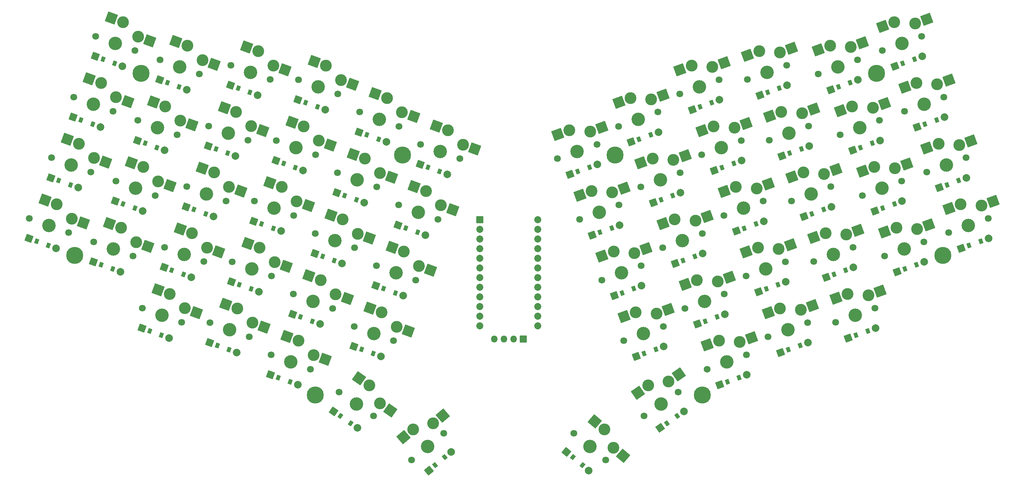
<source format=gbr>
%TF.GenerationSoftware,KiCad,Pcbnew,7.0.1-0*%
%TF.CreationDate,2023-04-16T11:56:45-05:00*%
%TF.ProjectId,tutorial,7475746f-7269-4616-9c2e-6b696361645f,v1.0.0*%
%TF.SameCoordinates,Original*%
%TF.FileFunction,Soldermask,Bot*%
%TF.FilePolarity,Negative*%
%FSLAX46Y46*%
G04 Gerber Fmt 4.6, Leading zero omitted, Abs format (unit mm)*
G04 Created by KiCad (PCBNEW 7.0.1-0) date 2023-04-16 11:56:45*
%MOMM*%
%LPD*%
G01*
G04 APERTURE LIST*
G04 Aperture macros list*
%AMRoundRect*
0 Rectangle with rounded corners*
0 $1 Rounding radius*
0 $2 $3 $4 $5 $6 $7 $8 $9 X,Y pos of 4 corners*
0 Add a 4 corners polygon primitive as box body*
4,1,4,$2,$3,$4,$5,$6,$7,$8,$9,$2,$3,0*
0 Add four circle primitives for the rounded corners*
1,1,$1+$1,$2,$3*
1,1,$1+$1,$4,$5*
1,1,$1+$1,$6,$7*
1,1,$1+$1,$8,$9*
0 Add four rect primitives between the rounded corners*
20,1,$1+$1,$2,$3,$4,$5,0*
20,1,$1+$1,$4,$5,$6,$7,0*
20,1,$1+$1,$6,$7,$8,$9,0*
20,1,$1+$1,$8,$9,$2,$3,0*%
G04 Aperture macros list end*
%ADD10C,1.801800*%
%ADD11C,3.100000*%
%ADD12C,3.529000*%
%ADD13RoundRect,0.050000X-0.776974X-1.666227X1.666227X-0.776974X0.776974X1.666227X-1.666227X0.776974X0*%
%ADD14RoundRect,0.050000X-0.531331X-1.139443X1.139443X-0.531331X0.531331X1.139443X-1.139443X0.531331X0*%
%ADD15RoundRect,0.050000X-0.217650X-0.717725X0.628074X-0.409907X0.217650X0.717725X-0.628074X0.409907X0*%
%ADD16C,2.005000*%
%ADD17RoundRect,0.050000X-1.139443X-0.531331X0.531331X-1.139443X1.139443X0.531331X-0.531331X1.139443X0*%
%ADD18RoundRect,0.050000X-0.628074X-0.409907X0.217650X-0.717725X0.628074X0.409907X-0.217650X0.717725X0*%
%ADD19RoundRect,0.050000X-1.666227X-0.776974X0.776974X-1.666227X1.666227X0.776974X-0.776974X1.666227X0*%
%ADD20C,0.800000*%
%ADD21C,4.500000*%
%ADD22RoundRect,0.050000X-0.109575X-1.252452X1.252452X-0.109575X0.109575X1.252452X-1.252452X0.109575X0*%
%ADD23RoundRect,0.050000X0.040953X-0.748881X0.730393X-0.170372X-0.040953X0.748881X-0.730393X0.170372X0*%
%ADD24RoundRect,0.050000X-0.850000X-0.850000X0.850000X-0.850000X0.850000X0.850000X-0.850000X0.850000X0*%
%ADD25O,1.800000X1.800000*%
%ADD26RoundRect,0.050000X-0.876300X0.876300X-0.876300X-0.876300X0.876300X-0.876300X0.876300X0.876300X0*%
%ADD27C,1.852600*%
%ADD28RoundRect,0.050000X-0.160234X-1.831482X1.831482X-0.160234X0.160234X1.831482X-1.831482X0.160234X0*%
%ADD29RoundRect,0.050000X-1.252452X-0.109575X0.109575X-1.252452X1.252452X0.109575X-0.109575X1.252452X0*%
%ADD30RoundRect,0.050000X-0.730393X-0.170372X-0.040953X-0.748881X0.730393X0.170372X0.040953X0.748881X0*%
%ADD31RoundRect,0.050000X-1.831482X-0.160234X0.160234X-1.831482X1.831482X0.160234X-0.160234X1.831482X0*%
%ADD32RoundRect,0.050000X-0.319248X-1.810547X1.810547X-0.319248X0.319248X1.810547X-1.810547X0.319248X0*%
%ADD33RoundRect,0.050000X-0.218317X-1.238136X1.238136X-0.218317X0.218317X1.238136X-1.238136X0.218317X0*%
%ADD34RoundRect,0.050000X-0.024473X-0.749601X0.712764X-0.233382X0.024473X0.749601X-0.712764X0.233382X0*%
%ADD35RoundRect,0.050000X-1.810547X-0.319248X0.319248X-1.810547X1.810547X0.319248X-0.319248X1.810547X0*%
%ADD36RoundRect,0.050000X-1.238136X-0.218317X0.218317X-1.238136X1.238136X0.218317X-0.218317X1.238136X0*%
%ADD37RoundRect,0.050000X-0.712764X-0.233382X0.024473X-0.749601X0.712764X0.233382X-0.024473X0.749601X0*%
G04 APERTURE END LIST*
D10*
%TO.C,S56*%
X194555021Y-121763538D03*
D11*
X197688310Y-114291256D03*
D12*
X199723330Y-119882427D03*
D11*
X203139218Y-114648479D03*
D10*
X204891639Y-118001316D03*
D13*
X194610817Y-115411372D03*
X206216711Y-113528363D03*
%TD*%
D10*
%TO.C,S38*%
X267700746Y-164844313D03*
D11*
X270834035Y-157372031D03*
D12*
X272869055Y-162963202D03*
D11*
X276284943Y-157729254D03*
D10*
X278037364Y-161082091D03*
D13*
X267756542Y-158492147D03*
X279362436Y-156609138D03*
%TD*%
D14*
%TO.C,D35*%
X277994812Y-135557314D03*
D15*
X280024548Y-134818550D03*
X283125534Y-133689884D03*
D16*
X285155270Y-132951120D03*
%TD*%
D17*
%TO.C,D10*%
X91101621Y-150383792D03*
D18*
X93131357Y-151122556D03*
X96232343Y-152251222D03*
D16*
X98262079Y-152989986D03*
%TD*%
D10*
%TO.C,S17*%
X120621847Y-116964891D03*
D11*
X127825176Y-113254831D03*
D12*
X125790156Y-118846002D03*
D11*
X131771195Y-117032255D03*
D10*
X130958465Y-120727113D03*
D19*
X124747683Y-112134715D03*
X134848688Y-118152371D03*
%TD*%
D20*
%TO.C,_6*%
X294330321Y-147809110D03*
X294385406Y-146547457D03*
X295183494Y-148740185D03*
X295316481Y-145694284D03*
D21*
X295880814Y-147244777D03*
D20*
X296445147Y-148795270D03*
X296578134Y-145749369D03*
X297376222Y-147942097D03*
X297431307Y-146680444D03*
%TD*%
D17*
%TO.C,D25*%
X146804315Y-155227335D03*
D18*
X148834051Y-155966099D03*
X151935037Y-157094765D03*
D16*
X153964773Y-157833529D03*
%TD*%
D10*
%TO.C,S14*%
X103178821Y-164889222D03*
D11*
X110382150Y-161179162D03*
D12*
X108347130Y-166770333D03*
D11*
X114328169Y-164956586D03*
D10*
X113515439Y-168651444D03*
D19*
X107304657Y-160059046D03*
X117405662Y-166076702D03*
%TD*%
D14*
%TO.C,D39*%
X265184580Y-152989986D03*
D15*
X267214316Y-152251222D03*
X270315302Y-151122556D03*
D16*
X272345038Y-150383792D03*
%TD*%
D14*
%TO.C,D41*%
X253555893Y-121040438D03*
D15*
X255585629Y-120301674D03*
X258686615Y-119173008D03*
D16*
X260716351Y-118434244D03*
%TD*%
D10*
%TO.C,S33*%
X279982408Y-93330951D03*
D11*
X283115697Y-85858669D03*
D12*
X285150717Y-91449840D03*
D11*
X288566605Y-86215892D03*
D10*
X290319026Y-89568729D03*
D13*
X280038204Y-86978785D03*
X291644098Y-85095776D03*
%TD*%
D10*
%TO.C,S22*%
X136681256Y-125470494D03*
D11*
X143884585Y-121760434D03*
D12*
X141849565Y-127351605D03*
D11*
X147830604Y-125537858D03*
D10*
X147017874Y-129232716D03*
D19*
X140807092Y-120640318D03*
X150908097Y-126657974D03*
%TD*%
D10*
%TO.C,S43*%
X249931219Y-168651445D03*
D11*
X253064508Y-161179163D03*
D12*
X255099528Y-166770334D03*
D11*
X258515416Y-161536386D03*
D10*
X260267837Y-164889223D03*
D13*
X249987015Y-162299279D03*
X261592909Y-160416270D03*
%TD*%
D14*
%TO.C,D43*%
X253229407Y-172771892D03*
D15*
X255259143Y-172033128D03*
X258360129Y-170904462D03*
D16*
X260389865Y-170165698D03*
%TD*%
D10*
%TO.C,S8*%
X90042102Y-95725088D03*
D11*
X97245431Y-92015028D03*
D12*
X95210411Y-97606199D03*
D11*
X101191450Y-95792452D03*
D10*
X100378720Y-99487310D03*
D19*
X94167938Y-90894912D03*
X104268943Y-96912568D03*
%TD*%
D22*
%TO.C,D29*%
X160705522Y-203831244D03*
D23*
X162360178Y-202442823D03*
X164888124Y-200321623D03*
D16*
X166542780Y-198933202D03*
%TD*%
D10*
%TO.C,S19*%
X119238229Y-173394819D03*
D11*
X126441558Y-169684759D03*
D12*
X124406538Y-175275930D03*
D11*
X130387577Y-173462183D03*
D10*
X129574847Y-177157041D03*
D19*
X123364065Y-168564643D03*
X133465070Y-174582299D03*
%TD*%
D20*
%TO.C,_1*%
X83458379Y-98756116D03*
X84311552Y-97825041D03*
X83513464Y-100017769D03*
X85573205Y-97769956D03*
D21*
X85008872Y-99320449D03*
D20*
X84444539Y-100870942D03*
X86504280Y-98623129D03*
X85706192Y-100815857D03*
X86559365Y-99884782D03*
%TD*%
D10*
%TO.C,S16*%
X114807495Y-132939666D03*
D11*
X122010824Y-129229606D03*
D12*
X119975804Y-134820777D03*
D11*
X125956843Y-133007030D03*
D10*
X125144113Y-136701888D03*
D19*
X118933331Y-128109490D03*
X129034336Y-134127146D03*
%TD*%
D10*
%TO.C,S26*%
X152740678Y-133976084D03*
D11*
X159944007Y-130266024D03*
D12*
X157908987Y-135857195D03*
D11*
X163890026Y-134043448D03*
D10*
X163077296Y-137738306D03*
D19*
X156866514Y-129145908D03*
X166967519Y-135163564D03*
%TD*%
D14*
%TO.C,D36*%
X272180461Y-119582539D03*
D15*
X274210197Y-118843775D03*
X277311183Y-117715109D03*
D16*
X279340919Y-116976345D03*
%TD*%
D17*
%TO.C,D17*%
X120499832Y-122241369D03*
D18*
X122529568Y-122980133D03*
X125630554Y-124108799D03*
D16*
X127660290Y-124847563D03*
%TD*%
D17*
%TO.C,D16*%
X114685479Y-138216148D03*
D18*
X116715215Y-138954912D03*
X119816201Y-140083578D03*
D16*
X121845937Y-140822342D03*
%TD*%
D17*
%TO.C,D26*%
X152618658Y-139252562D03*
D18*
X154648394Y-139991326D03*
X157749380Y-141119992D03*
D16*
X159779116Y-141858756D03*
%TD*%
D17*
%TO.C,D22*%
X136559249Y-130746969D03*
D18*
X138588985Y-131485733D03*
X141689971Y-132614399D03*
D16*
X143719707Y-133353163D03*
%TD*%
D17*
%TO.C,D1*%
X55562585Y-142769522D03*
D18*
X57592321Y-143508286D03*
X60693307Y-144636952D03*
D16*
X62723043Y-145375716D03*
%TD*%
D14*
%TO.C,D30*%
X300723614Y-145375720D03*
D15*
X302753350Y-144636956D03*
X305854336Y-143508290D03*
D16*
X307884072Y-142769526D03*
%TD*%
D17*
%TO.C,D21*%
X130744898Y-146721741D03*
D18*
X132774634Y-147460505D03*
X135875620Y-148589171D03*
D16*
X137905356Y-149327935D03*
%TD*%
D24*
%TO.C,OLED1*%
X185523336Y-169231975D03*
D25*
X182983336Y-169231975D03*
X180443336Y-169231975D03*
X177903336Y-169231975D03*
%TD*%
D14*
%TO.C,D50*%
X225541303Y-149327940D03*
D15*
X227571039Y-148589176D03*
X230672025Y-147460510D03*
D16*
X232701761Y-146721746D03*
%TD*%
D14*
%TO.C,D34*%
X283809152Y-151532094D03*
D15*
X285838888Y-150793330D03*
X288939874Y-149664664D03*
D16*
X290969610Y-148925900D03*
%TD*%
D14*
%TO.C,D37*%
X266366125Y-103607768D03*
D15*
X268395861Y-102869004D03*
X271496847Y-101740338D03*
D16*
X273526583Y-101001574D03*
%TD*%
D10*
%TO.C,S39*%
X261886400Y-148869539D03*
D11*
X265019689Y-141397257D03*
D12*
X267054709Y-146988428D03*
D11*
X270470597Y-141754480D03*
D10*
X272223018Y-145107317D03*
D13*
X261942196Y-142517373D03*
X273548090Y-140634364D03*
%TD*%
D17*
%TO.C,D2*%
X61376932Y-126794752D03*
D18*
X63406668Y-127533516D03*
X66507654Y-128662182D03*
D16*
X68537390Y-129400946D03*
%TD*%
D26*
%TO.C,MCU1*%
X174103327Y-137861977D03*
D27*
X174103327Y-140401977D03*
X174103327Y-142941977D03*
X174103327Y-145481977D03*
X174103327Y-148021977D03*
X174103327Y-150561977D03*
X174103327Y-153101977D03*
X174103327Y-155641977D03*
X174103327Y-158181977D03*
X174103327Y-160721977D03*
X174103327Y-163261977D03*
X174103327Y-165801977D03*
X189343327Y-137861977D03*
X189343327Y-140401977D03*
X189343327Y-142941977D03*
X189343327Y-145481977D03*
X189343327Y-148021977D03*
X189343327Y-150561977D03*
X189343327Y-153101977D03*
X189343327Y-155641977D03*
X189343327Y-158181977D03*
X189343327Y-160721977D03*
X189343327Y-163261977D03*
X189343327Y-165801977D03*
%TD*%
D17*
%TO.C,D15*%
X108871139Y-154190930D03*
D18*
X110900875Y-154929694D03*
X114001861Y-156058360D03*
D16*
X116031597Y-156797124D03*
%TD*%
D10*
%TO.C,S32*%
X285796746Y-109305722D03*
D11*
X288930035Y-101833440D03*
D12*
X290965055Y-107424611D03*
D11*
X294380943Y-102190663D03*
D10*
X296133364Y-105543500D03*
D13*
X285852542Y-102953556D03*
X297458436Y-101070547D03*
%TD*%
D17*
%TO.C,D3*%
X67191269Y-110819979D03*
D18*
X69221005Y-111558743D03*
X72321991Y-112687409D03*
D16*
X74351727Y-113426173D03*
%TD*%
D20*
%TO.C,_4*%
X129278271Y-183380934D03*
X130131444Y-182449859D03*
X129333356Y-184642587D03*
X131393097Y-182394774D03*
D21*
X130828764Y-183945267D03*
D20*
X130264431Y-185495760D03*
X132324172Y-183247947D03*
X131526084Y-185440675D03*
X132379257Y-184509600D03*
%TD*%
D10*
%TO.C,S36*%
X268882282Y-115462087D03*
D11*
X272015571Y-107989805D03*
D12*
X274050591Y-113580976D03*
D11*
X277466479Y-108347028D03*
D10*
X279218900Y-111699865D03*
D13*
X268938078Y-109109921D03*
X280543972Y-107226912D03*
%TD*%
D10*
%TO.C,S15*%
X108993157Y-148914447D03*
D11*
X116196486Y-145204387D03*
D12*
X114161466Y-150795558D03*
D11*
X120142505Y-148981811D03*
D10*
X119329775Y-152676669D03*
D19*
X113118993Y-144084271D03*
X123219998Y-150101927D03*
%TD*%
D10*
%TO.C,S4*%
X73127633Y-89568725D03*
D11*
X80330962Y-85858665D03*
D12*
X78295942Y-91449836D03*
D11*
X84276981Y-89636089D03*
D10*
X83464251Y-93330947D03*
D19*
X77253469Y-84738549D03*
X87354474Y-90756205D03*
%TD*%
D14*
%TO.C,D32*%
X289094933Y-113426174D03*
D15*
X291124669Y-112687410D03*
X294225655Y-111558744D03*
D16*
X296255391Y-110819980D03*
%TD*%
D10*
%TO.C,S52*%
X210614440Y-113257937D03*
D11*
X213747729Y-105785655D03*
D12*
X215782749Y-111376826D03*
D11*
X219198637Y-106142878D03*
D10*
X220951058Y-109495715D03*
D13*
X210670236Y-106905771D03*
X222276130Y-105022762D03*
%TD*%
D10*
%TO.C,S10*%
X91223636Y-145107318D03*
D11*
X98426965Y-141397258D03*
D12*
X96391945Y-146988429D03*
D11*
X102372984Y-145174682D03*
D10*
X101560254Y-148869540D03*
D19*
X95349472Y-140277142D03*
X105450477Y-146294798D03*
%TD*%
D10*
%TO.C,S50*%
X222243120Y-145207490D03*
D11*
X225376409Y-137735208D03*
D12*
X227411429Y-143326379D03*
D11*
X230827317Y-138092431D03*
D10*
X232579738Y-141445268D03*
D13*
X222298916Y-138855324D03*
X233904810Y-136972315D03*
%TD*%
D10*
%TO.C,S7*%
X84227759Y-111699858D03*
D11*
X91431088Y-107989798D03*
D12*
X89396068Y-113580969D03*
D11*
X95377107Y-111767222D03*
D10*
X94564377Y-115462080D03*
D19*
X88353595Y-106869682D03*
X98454600Y-112887338D03*
%TD*%
D10*
%TO.C,S9*%
X85409298Y-161082090D03*
D11*
X92612627Y-157372030D03*
D12*
X90577607Y-162963201D03*
D11*
X96558646Y-161149454D03*
D10*
X95745916Y-164844312D03*
D19*
X89535134Y-156251914D03*
X99636139Y-162269570D03*
%TD*%
D17*
%TO.C,D12*%
X102730301Y-118434242D03*
D18*
X104760037Y-119173006D03*
X107861023Y-120301672D03*
D16*
X109890759Y-121040436D03*
%TD*%
D17*
%TO.C,D19*%
X119116222Y-178671295D03*
D18*
X121145958Y-179410059D03*
X124246944Y-180538725D03*
D16*
X126276680Y-181277489D03*
%TD*%
D10*
%TO.C,S20*%
X125052577Y-157420044D03*
D11*
X132255906Y-153709984D03*
D12*
X130220886Y-159301155D03*
D11*
X136201925Y-157487408D03*
D10*
X135389195Y-161182266D03*
D19*
X129178413Y-152589868D03*
X139279418Y-158607524D03*
%TD*%
D14*
%TO.C,D38*%
X270998924Y-168964758D03*
D15*
X273028660Y-168225994D03*
X276129646Y-167097328D03*
D16*
X278159382Y-166358564D03*
%TD*%
D10*
%TO.C,S55*%
X200369366Y-137738303D03*
D11*
X203502655Y-130266021D03*
D12*
X205537675Y-135857192D03*
D11*
X208953563Y-130623244D03*
D10*
X210705984Y-133976081D03*
D13*
X200425162Y-131386137D03*
X212031056Y-129503128D03*
%TD*%
D14*
%TO.C,D40*%
X259370240Y-137015215D03*
D15*
X261399976Y-136276451D03*
X264500962Y-135147785D03*
D16*
X266530698Y-134409021D03*
%TD*%
D14*
%TO.C,D56*%
X197853202Y-125883985D03*
D15*
X199882938Y-125145221D03*
X202983924Y-124016555D03*
D16*
X205013660Y-123277791D03*
%TD*%
D10*
%TO.C,S11*%
X97037982Y-129132539D03*
D11*
X104241311Y-125422479D03*
D12*
X102206291Y-131013650D03*
D11*
X108187330Y-129199903D03*
D10*
X107374600Y-132894761D03*
D19*
X101163818Y-124302363D03*
X111264823Y-130320019D03*
%TD*%
D14*
%TO.C,D33*%
X283280592Y-97451393D03*
D15*
X285310328Y-96712629D03*
X288411314Y-95583963D03*
D16*
X290441050Y-94845199D03*
%TD*%
D14*
%TO.C,D46*%
X235786378Y-124847566D03*
D15*
X237816114Y-124108802D03*
X240917100Y-122980136D03*
D16*
X242946836Y-122241372D03*
%TD*%
D14*
%TO.C,D47*%
X229972042Y-108872787D03*
D15*
X232001778Y-108134023D03*
X235102764Y-107005357D03*
D16*
X237132500Y-106266593D03*
%TD*%
D17*
%TO.C,D20*%
X124930549Y-162696516D03*
D18*
X126960285Y-163435280D03*
X130061271Y-164563946D03*
D16*
X132091007Y-165302710D03*
%TD*%
D14*
%TO.C,D31*%
X294909266Y-129400941D03*
D15*
X296939002Y-128662177D03*
X300039988Y-127533511D03*
D16*
X302069724Y-126794747D03*
%TD*%
D14*
%TO.C,D45*%
X241600724Y-140822343D03*
D15*
X243630460Y-140083579D03*
X246731446Y-138954913D03*
D16*
X248761182Y-138216149D03*
%TD*%
D17*
%TO.C,D18*%
X126314167Y-106266604D03*
D18*
X128343903Y-107005368D03*
X131444889Y-108134034D03*
D16*
X133474625Y-108872798D03*
%TD*%
D10*
%TO.C,S37*%
X263067941Y-99487312D03*
D11*
X266201230Y-92015030D03*
D12*
X268236250Y-97606201D03*
D11*
X271652138Y-92372253D03*
D10*
X273404559Y-95725090D03*
D13*
X263123737Y-93135146D03*
X274729631Y-91252137D03*
%TD*%
D10*
%TO.C,S25*%
X146926337Y-149950862D03*
D11*
X154129666Y-146240802D03*
D12*
X152094646Y-151831973D03*
D11*
X158075685Y-150018226D03*
D10*
X157262955Y-153713084D03*
D19*
X151052173Y-145120686D03*
X161153178Y-151138342D03*
%TD*%
D10*
%TO.C,S42*%
X244443370Y-100945206D03*
D11*
X247576659Y-93472924D03*
D12*
X249611679Y-99064095D03*
D11*
X253027567Y-93830147D03*
D10*
X254779988Y-97182984D03*
D13*
X244499166Y-94593040D03*
X256105060Y-92710031D03*
%TD*%
D10*
%TO.C,S29*%
X156196965Y-201087325D03*
D11*
X156585623Y-192994029D03*
D12*
X160410209Y-197551993D03*
D11*
X161829978Y-191465388D03*
D10*
X164623453Y-194016661D03*
D28*
X154076827Y-195099158D03*
X164338773Y-189360259D03*
%TD*%
D14*
%TO.C,D42*%
X247741558Y-105065661D03*
D15*
X249771294Y-104326897D03*
X252872280Y-103198231D03*
D16*
X254902016Y-102459467D03*
%TD*%
D10*
%TO.C,S24*%
X141111994Y-165925629D03*
D11*
X148315323Y-162215569D03*
D12*
X146280303Y-167806740D03*
D11*
X152261342Y-165992993D03*
D10*
X151448612Y-169687851D03*
D19*
X145237830Y-161095453D03*
X155338835Y-167113109D03*
%TD*%
D10*
%TO.C,S47*%
X226673852Y-104752339D03*
D11*
X229807141Y-97280057D03*
D12*
X231842161Y-102871228D03*
D11*
X235258049Y-97637280D03*
D10*
X237010470Y-100990117D03*
D13*
X226729648Y-98400173D03*
X238335542Y-96517164D03*
%TD*%
D10*
%TO.C,S5*%
X72599074Y-143649412D03*
D11*
X79802403Y-139939352D03*
D12*
X77767383Y-145530523D03*
D11*
X83748422Y-143716776D03*
D10*
X82935692Y-147411634D03*
D19*
X76724910Y-138819236D03*
X86825915Y-144836892D03*
%TD*%
D10*
%TO.C,S48*%
X233871802Y-177157036D03*
D11*
X237005091Y-169684754D03*
D12*
X239040111Y-175275925D03*
D11*
X242455999Y-170041977D03*
D10*
X244208420Y-173394814D03*
D13*
X233927598Y-170804870D03*
X245533492Y-168921861D03*
%TD*%
D29*
%TO.C,D58*%
X196903874Y-198933199D03*
D30*
X198558530Y-200321620D03*
X201086476Y-202442820D03*
D16*
X202741132Y-203831241D03*
%TD*%
D10*
%TO.C,S58*%
X198823198Y-194016669D03*
D11*
X206861028Y-192994037D03*
D12*
X203036442Y-197552001D03*
D11*
X209277118Y-197893272D03*
D10*
X207249686Y-201087333D03*
D31*
X204352233Y-190888907D03*
X211785913Y-199998402D03*
%TD*%
D10*
%TO.C,S40*%
X256072051Y-132894764D03*
D11*
X259205340Y-125422482D03*
D12*
X261240360Y-131013653D03*
D11*
X264656248Y-125779705D03*
D10*
X266408669Y-129132542D03*
D13*
X256127847Y-126542598D03*
X267733741Y-124659589D03*
%TD*%
D10*
%TO.C,S13*%
X108666666Y-97182984D03*
D11*
X115869995Y-93472924D03*
D12*
X113834975Y-99064095D03*
D11*
X119816014Y-97250348D03*
D10*
X119003284Y-100945206D03*
D19*
X112792502Y-92352808D03*
X122893507Y-98370464D03*
%TD*%
D10*
%TO.C,S21*%
X130866917Y-141445265D03*
D11*
X138070246Y-137735205D03*
D12*
X136035226Y-143326376D03*
D11*
X142016265Y-141512629D03*
D10*
X141203535Y-145207487D03*
D19*
X134992753Y-136615089D03*
X145093758Y-142632745D03*
%TD*%
D10*
%TO.C,S1*%
X55684600Y-137493053D03*
D11*
X62887929Y-133782993D03*
D12*
X60852909Y-139374164D03*
D11*
X66833948Y-137560417D03*
D10*
X66021218Y-141255275D03*
D19*
X59810436Y-132662877D03*
X69911441Y-138680533D03*
%TD*%
D17*
%TO.C,D11*%
X96915963Y-134409021D03*
D18*
X98945699Y-135147785D03*
X102046685Y-136276451D03*
D16*
X104076421Y-137015215D03*
%TD*%
D20*
%TO.C,_5*%
X276887287Y-99884786D03*
X276942372Y-98623133D03*
X277740460Y-100815861D03*
X277873447Y-97769960D03*
D21*
X278437780Y-99320453D03*
D20*
X279002113Y-100870946D03*
X279135100Y-97825045D03*
X279933188Y-100017773D03*
X279988273Y-98756120D03*
%TD*%
D17*
%TO.C,D24*%
X140989973Y-171202106D03*
D18*
X143019709Y-171940870D03*
X146120695Y-173069536D03*
D16*
X148150431Y-173808300D03*
%TD*%
D14*
%TO.C,D44*%
X247415058Y-156797116D03*
D15*
X249444794Y-156058352D03*
X252545780Y-154929686D03*
D16*
X254575516Y-154190922D03*
%TD*%
D17*
%TO.C,D5*%
X72477055Y-148925898D03*
D18*
X74506791Y-149664662D03*
X77607777Y-150793328D03*
D16*
X79637513Y-151532092D03*
%TD*%
D10*
%TO.C,S30*%
X297425432Y-141255276D03*
D11*
X300558721Y-133782994D03*
D12*
X302593741Y-139374165D03*
D11*
X306009629Y-134140217D03*
D10*
X307762050Y-137493054D03*
D13*
X297481228Y-134903110D03*
X309087122Y-133020101D03*
%TD*%
D17*
%TO.C,D7*%
X84105741Y-116976347D03*
D18*
X86135477Y-117715111D03*
X89236463Y-118843777D03*
D16*
X91266199Y-119582541D03*
%TD*%
D10*
%TO.C,S2*%
X61498949Y-121518283D03*
D11*
X68702278Y-117808223D03*
D12*
X66667258Y-123399394D03*
D11*
X72648297Y-121585647D03*
D10*
X71835567Y-125280505D03*
D19*
X65624785Y-116688107D03*
X75725790Y-122705763D03*
%TD*%
D10*
%TO.C,S41*%
X250257713Y-116919989D03*
D11*
X253391002Y-109447707D03*
D12*
X255426022Y-115038878D03*
D11*
X258841910Y-109804930D03*
D10*
X260594331Y-113157767D03*
D13*
X250313509Y-110567823D03*
X261919403Y-108684814D03*
%TD*%
D10*
%TO.C,S45*%
X238302538Y-136701889D03*
D11*
X241435827Y-129229607D03*
D12*
X243470847Y-134820778D03*
D11*
X246886735Y-129586830D03*
D10*
X248639156Y-132939667D03*
D13*
X238358334Y-130349723D03*
X249964228Y-128466714D03*
%TD*%
D20*
%TO.C,_3*%
X152244917Y-120280582D03*
X153098090Y-119349507D03*
X152300002Y-121542235D03*
X154359743Y-119294422D03*
D21*
X153795410Y-120844915D03*
D20*
X153231077Y-122395408D03*
X155290818Y-120147595D03*
X154492730Y-122340323D03*
X155345903Y-121409248D03*
%TD*%
D10*
%TO.C,S27*%
X158555017Y-118001299D03*
D11*
X165758346Y-114291239D03*
D12*
X163723326Y-119882410D03*
D11*
X169704365Y-118068663D03*
D10*
X168891635Y-121763521D03*
D19*
X162680853Y-113171123D03*
X172781858Y-119188779D03*
%TD*%
D10*
%TO.C,S49*%
X228057467Y-161182258D03*
D11*
X231190756Y-153709976D03*
D12*
X233225776Y-159301147D03*
D11*
X236641664Y-154067199D03*
D10*
X238394085Y-157420036D03*
D13*
X228113263Y-154830092D03*
X239719157Y-152947083D03*
%TD*%
D14*
%TO.C,D54*%
X209481888Y-157833532D03*
D15*
X211511624Y-157094768D03*
X214612610Y-155966102D03*
D16*
X216642346Y-155227338D03*
%TD*%
D10*
%TO.C,S51*%
X216428774Y-129232710D03*
D11*
X219562063Y-121760428D03*
D12*
X221597083Y-127351599D03*
D11*
X225012971Y-122117651D03*
D10*
X226765392Y-125470488D03*
D13*
X216484570Y-122880544D03*
X228090464Y-120997535D03*
%TD*%
D14*
%TO.C,D49*%
X231355647Y-165302714D03*
D15*
X233385383Y-164563950D03*
X236486369Y-163435284D03*
D16*
X238516105Y-162696520D03*
%TD*%
D10*
%TO.C,S6*%
X78413417Y-127674638D03*
D11*
X85616746Y-123964578D03*
D12*
X83581726Y-129555749D03*
D11*
X89562765Y-127742002D03*
D10*
X88750035Y-131436860D03*
D19*
X82539253Y-122844462D03*
X92640258Y-128862118D03*
%TD*%
D10*
%TO.C,S53*%
X211998047Y-169687849D03*
D11*
X215131336Y-162215567D03*
D12*
X217166356Y-167806738D03*
D11*
X220582244Y-162572790D03*
D10*
X222334665Y-165925627D03*
D13*
X212053843Y-163335683D03*
X223659737Y-161452674D03*
%TD*%
D14*
%TO.C,D53*%
X215296226Y-173808310D03*
D15*
X217325962Y-173069546D03*
X220426948Y-171940880D03*
D16*
X222456684Y-171202116D03*
%TD*%
D17*
%TO.C,D23*%
X142373579Y-114772194D03*
D18*
X144403315Y-115510958D03*
X147504301Y-116639624D03*
D16*
X149534037Y-117378388D03*
%TD*%
D17*
%TO.C,D4*%
X73005611Y-94845207D03*
D18*
X75035347Y-95583971D03*
X78136333Y-96712637D03*
D16*
X80166069Y-97451401D03*
%TD*%
D14*
%TO.C,D52*%
X213912617Y-117378388D03*
D15*
X215942353Y-116639624D03*
X219043339Y-115510958D03*
D16*
X221073075Y-114772194D03*
%TD*%
D14*
%TO.C,D55*%
X203667551Y-141858750D03*
D15*
X205697287Y-141119986D03*
X208798273Y-139991320D03*
D16*
X210828009Y-139252556D03*
%TD*%
D17*
%TO.C,D13*%
X108544647Y-102459466D03*
D18*
X110574383Y-103198230D03*
X113675369Y-104326896D03*
D16*
X115705105Y-105065660D03*
%TD*%
D13*
%TO.C,S54*%
X217845394Y-145477899D03*
X206239500Y-147360908D03*
D10*
X216520322Y-149950852D03*
D11*
X214767901Y-146598015D03*
D12*
X211352013Y-151831963D03*
D11*
X209316993Y-146240792D03*
D10*
X206183704Y-153713074D03*
%TD*%
%TO.C,S23*%
X142495600Y-109495715D03*
D11*
X149698929Y-105785655D03*
D12*
X147663909Y-111376826D03*
D11*
X153644948Y-109563079D03*
D10*
X152832218Y-113257937D03*
D19*
X146621436Y-104665539D03*
X156722441Y-110683195D03*
%TD*%
D20*
%TO.C,_2*%
X66015359Y-146680444D03*
X66868532Y-145749369D03*
X66070444Y-147942097D03*
X68130185Y-145694284D03*
D21*
X67565852Y-147244777D03*
D20*
X67001519Y-148795270D03*
X69061260Y-146547457D03*
X68263172Y-148740185D03*
X69116345Y-147809110D03*
%TD*%
D10*
%TO.C,S57*%
X217280021Y-189499608D03*
D11*
X218372577Y-181470983D03*
D12*
X221785357Y-186344938D03*
D11*
X223730206Y-180405236D03*
D10*
X226290693Y-183190268D03*
D32*
X215689854Y-183349446D03*
X226412929Y-178526773D03*
%TD*%
D17*
%TO.C,D14*%
X103056796Y-170165693D03*
D18*
X105086532Y-170904457D03*
X108187518Y-172033123D03*
D16*
X110217254Y-172771887D03*
%TD*%
D14*
%TO.C,D48*%
X237169982Y-181277479D03*
D15*
X239199718Y-180538715D03*
X242300704Y-179410049D03*
D16*
X244330440Y-178671285D03*
%TD*%
D33*
%TO.C,D57*%
X221532266Y-192626029D03*
D34*
X223301634Y-191387104D03*
X226004836Y-189494302D03*
D16*
X227774204Y-188255377D03*
%TD*%
D10*
%TO.C,S12*%
X102852334Y-113157763D03*
D11*
X110055663Y-109447703D03*
D12*
X108020643Y-115038874D03*
D11*
X114001682Y-113225127D03*
D10*
X113188952Y-116919985D03*
D19*
X106978170Y-108327587D03*
X117079175Y-114345243D03*
%TD*%
D20*
%TO.C,_7*%
X208100762Y-121409253D03*
X208155847Y-120147600D03*
X208953935Y-122340328D03*
X209086922Y-119294427D03*
D21*
X209651255Y-120844920D03*
D20*
X210215588Y-122395413D03*
X210348575Y-119349512D03*
X211146663Y-121542240D03*
X211201748Y-120280587D03*
%TD*%
D10*
%TO.C,S34*%
X280510963Y-147411636D03*
D11*
X283644252Y-139939354D03*
D12*
X285679272Y-145530525D03*
D11*
X289095160Y-140296577D03*
D10*
X290847581Y-143649414D03*
D13*
X280566759Y-141059470D03*
X292172653Y-139176461D03*
%TD*%
D10*
%TO.C,S28*%
X137155967Y-183190267D03*
D11*
X145074083Y-181470982D03*
D12*
X141661303Y-186344937D03*
D11*
X147907975Y-186140999D03*
D10*
X146166639Y-189499607D03*
D35*
X142391360Y-179592520D03*
X150590698Y-188019462D03*
%TD*%
D17*
%TO.C,D6*%
X78291401Y-132951114D03*
D18*
X80321137Y-133689878D03*
X83422123Y-134818544D03*
D16*
X85451859Y-135557308D03*
%TD*%
D10*
%TO.C,S35*%
X274696628Y-131436863D03*
D11*
X277829917Y-123964581D03*
D12*
X279864937Y-129555752D03*
D11*
X283280825Y-124321804D03*
D10*
X285033246Y-127674641D03*
D13*
X274752424Y-125084697D03*
X286358318Y-123201688D03*
%TD*%
D10*
%TO.C,S44*%
X244116882Y-152676666D03*
D11*
X247250171Y-145204384D03*
D12*
X249285191Y-150795555D03*
D11*
X252701079Y-145561607D03*
D10*
X254453500Y-148914444D03*
D13*
X244172678Y-146324500D03*
X255778572Y-144441491D03*
%TD*%
D10*
%TO.C,S31*%
X291611092Y-125280504D03*
D11*
X294744381Y-117808222D03*
D12*
X296779401Y-123399393D03*
D11*
X300195289Y-118165445D03*
D10*
X301947710Y-121518282D03*
D13*
X291666888Y-118928338D03*
X303272782Y-117045329D03*
%TD*%
D14*
%TO.C,D51*%
X219726960Y-133353157D03*
D15*
X221756696Y-132614393D03*
X224857682Y-131485727D03*
D16*
X226887418Y-130746963D03*
%TD*%
D10*
%TO.C,S18*%
X126436185Y-100990117D03*
D11*
X133639514Y-97280057D03*
D12*
X131604494Y-102871228D03*
D11*
X137585533Y-101057481D03*
D10*
X136772803Y-104752339D03*
D19*
X130562021Y-96159941D03*
X140663026Y-102177597D03*
%TD*%
D20*
%TO.C,_8*%
X231067409Y-184509613D03*
X231122494Y-183247960D03*
X231920582Y-185440688D03*
X232053569Y-182394787D03*
D21*
X232617902Y-183945280D03*
D20*
X233182235Y-185495773D03*
X233315222Y-182449872D03*
X234113310Y-184642600D03*
X234168395Y-183380947D03*
%TD*%
D17*
%TO.C,D27*%
X158432998Y-123277788D03*
D18*
X160462734Y-124016552D03*
X163563720Y-125145218D03*
D16*
X165593456Y-125883982D03*
%TD*%
D36*
%TO.C,D28*%
X135672453Y-188255376D03*
D37*
X137441821Y-189494301D03*
X140145023Y-191387103D03*
D16*
X141914391Y-192626028D03*
%TD*%
D17*
%TO.C,D9*%
X85287277Y-166358561D03*
D18*
X87317013Y-167097325D03*
X90417999Y-168225991D03*
D16*
X92447735Y-168964755D03*
%TD*%
D10*
%TO.C,S3*%
X67313296Y-105543501D03*
D11*
X74516625Y-101833441D03*
D12*
X72481605Y-107424612D03*
D11*
X78462644Y-105610865D03*
D10*
X77649914Y-109305723D03*
D19*
X71439132Y-100713325D03*
X81540137Y-106730981D03*
%TD*%
D17*
%TO.C,D8*%
X89920077Y-101001572D03*
D18*
X91949813Y-101740336D03*
X95050799Y-102869002D03*
D16*
X97080535Y-103607766D03*
%TD*%
D10*
%TO.C,S46*%
X232488203Y-120727118D03*
D11*
X235621492Y-113254836D03*
D12*
X237656512Y-118846007D03*
D11*
X241072400Y-113612059D03*
D10*
X242824821Y-116964896D03*
D13*
X232543999Y-114374952D03*
X244149893Y-112491943D03*
%TD*%
M02*

</source>
